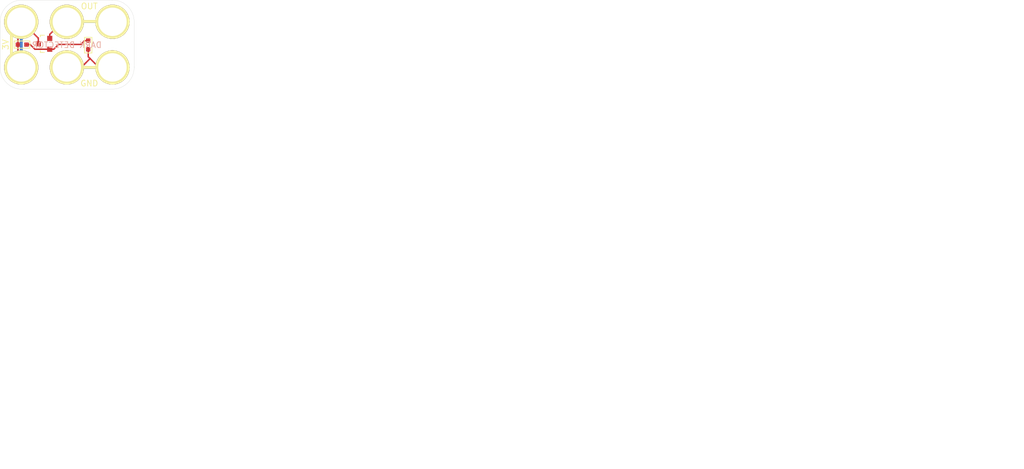
<source format=kicad_pcb>
(kicad_pcb (version 20171130) (host pcbnew 5.0.0-fee4fd1~66~ubuntu16.04.1)

  (general
    (thickness 1.6)
    (drawings 22)
    (tracks 47)
    (zones 0)
    (modules 4)
    (nets 4)
  )

  (page USLetter)
  (title_block
    (title "2x3 Dark Detector Module")
    (date "13 Sep 2018")
    (rev 1.0)
    (company "All rights reserved.")
    (comment 1 help@browndoggadgets.com)
    (comment 2 http://browndoggadgets.com/)
    (comment 3 "Brown Dog Gadgets")
  )

  (layers
    (0 F.Cu signal)
    (31 B.Cu signal)
    (34 B.Paste user)
    (35 F.Paste user)
    (36 B.SilkS user)
    (37 F.SilkS user)
    (38 B.Mask user)
    (39 F.Mask user)
    (40 Dwgs.User user)
    (44 Edge.Cuts user)
    (46 B.CrtYd user)
    (47 F.CrtYd user)
    (48 B.Fab user)
    (49 F.Fab user)
  )

  (setup
    (last_trace_width 0.254)
    (user_trace_width 0.1524)
    (user_trace_width 0.254)
    (user_trace_width 0.3302)
    (user_trace_width 0.508)
    (user_trace_width 0.762)
    (user_trace_width 1.27)
    (trace_clearance 0.254)
    (zone_clearance 0.508)
    (zone_45_only no)
    (trace_min 0.1524)
    (segment_width 0.1524)
    (edge_width 0.1524)
    (via_size 0.6858)
    (via_drill 0.3302)
    (via_min_size 0.6858)
    (via_min_drill 0.3302)
    (user_via 0.6858 0.3302)
    (user_via 0.762 0.4064)
    (user_via 0.8636 0.508)
    (uvia_size 0.6858)
    (uvia_drill 0.3302)
    (uvias_allowed no)
    (uvia_min_size 0)
    (uvia_min_drill 0)
    (pcb_text_width 0.1524)
    (pcb_text_size 1.016 1.016)
    (mod_edge_width 0.1524)
    (mod_text_size 1.016 1.016)
    (mod_text_width 0.1524)
    (pad_size 0.8 0.75)
    (pad_drill 0)
    (pad_to_mask_clearance 0.0762)
    (solder_mask_min_width 0.1016)
    (pad_to_paste_clearance -0.0762)
    (aux_axis_origin 0 0)
    (visible_elements FFFEDF7D)
    (pcbplotparams
      (layerselection 0x310fc_80000001)
      (usegerberextensions true)
      (usegerberattributes false)
      (usegerberadvancedattributes false)
      (creategerberjobfile false)
      (excludeedgelayer true)
      (linewidth 0.100000)
      (plotframeref false)
      (viasonmask false)
      (mode 1)
      (useauxorigin false)
      (hpglpennumber 1)
      (hpglpenspeed 20)
      (hpglpendiameter 15.000000)
      (psnegative false)
      (psa4output false)
      (plotreference true)
      (plotvalue true)
      (plotinvisibletext false)
      (padsonsilk false)
      (subtractmaskfromsilk false)
      (outputformat 1)
      (mirror false)
      (drillshape 0)
      (scaleselection 1)
      (outputdirectory "gerbers"))
  )

  (net 0 "")
  (net 1 GND)
  (net 2 3V)
  (net 3 "Net-(LDR1-Pad2)")

  (net_class Default "This is the default net class."
    (clearance 0.254)
    (trace_width 0.254)
    (via_dia 0.6858)
    (via_drill 0.3302)
    (uvia_dia 0.6858)
    (uvia_drill 0.3302)
    (add_net 3V)
    (add_net GND)
    (add_net "Net-(LDR1-Pad2)")
  )

  (module Crazy_Circuits:BLANK-LEGO-2x3 (layer F.Cu) (tedit 5BA9C48E) (tstamp 5B9DB676)
    (at 87.5665 36.6395)
    (descr "9V Battery Holder Polarized 2x4")
    (tags "9V Battery Holder Polarized 2x4")
    (fp_text reference REF** (at 8 -8) (layer F.SilkS) hide
      (effects (font (size 1 1) (thickness 0.15)))
    )
    (fp_text value "BLANK 2x3" (at 8.001 -3.9624) (layer B.SilkS) hide
      (effects (font (size 1 1) (thickness 0.15)) (justify mirror))
    )
    (fp_text user %R (at 8.3 -4) (layer F.Fab) hide
      (effects (font (size 1 1) (thickness 0.15)))
    )
    (fp_line (start -3.6984 -8) (end -3.6984 0) (layer F.Fab) (width 0.04064))
    (fp_line (start 16 3.8) (end 0.3 3.8) (layer F.Fab) (width 0.04064))
    (fp_line (start 16 -11.8) (end 0 -11.8) (layer F.Fab) (width 0.04064))
    (fp_line (start 19.8 -8) (end 19.8 0) (layer F.Fab) (width 0.04064))
    (fp_arc (start 16 -8) (end 15.9 -11.8) (angle 91.50743576) (layer F.Fab) (width 0.04064))
    (fp_arc (start 16 0) (end 19.8 -0.1) (angle 91.50743576) (layer F.Fab) (width 0.04064))
    (fp_arc (start 0.111824 0) (end 0.411824 3.8) (angle 94.51398846) (layer F.Fab) (width 0.04064))
    (fp_arc (start 0.106632 -8.00018) (end -3.693368 -7.90018) (angle 89.9) (layer F.Fab) (width 0.04064))
    (fp_line (start -3.6984 -8) (end -3.6984 0) (layer Edge.Cuts) (width 0.04064))
    (fp_line (start 16 3.8) (end 0.3 3.8) (layer Edge.Cuts) (width 0.04064))
    (fp_line (start 16 -11.8) (end 0 -11.8) (layer Edge.Cuts) (width 0.04064))
    (fp_line (start 19.8 -8) (end 19.8 0) (layer Edge.Cuts) (width 0.04064))
    (fp_arc (start 16 -8) (end 15.9 -11.8) (angle 91.50743576) (layer Edge.Cuts) (width 0.04064))
    (fp_arc (start 16 0) (end 19.8 -0.1) (angle 91.50743576) (layer Edge.Cuts) (width 0.04064))
    (fp_arc (start 0.111824 0) (end 0.411824 3.8) (angle 94.51398846) (layer Edge.Cuts) (width 0.04064))
    (fp_arc (start 0.106632 -8.00018) (end -3.693368 -7.90018) (angle 89.9) (layer Edge.Cuts) (width 0.04064))
    (pad + thru_hole circle (at 0 0) (size 6 6) (drill 4.98) (layers *.Cu F.SilkS B.Mask)
      (net 2 3V))
    (pad + thru_hole circle (at 0 -8) (size 6 6) (drill 4.98) (layers *.Cu F.SilkS B.Mask)
      (net 2 3V))
    (pad OUT thru_hole circle (at 16 -8) (size 6 6) (drill 4.98) (layers *.Cu *.Mask F.SilkS))
    (pad - thru_hole circle (at 8 0) (size 6 6) (drill 4.98) (layers *.Cu F.SilkS B.Mask)
      (net 1 GND))
    (pad - thru_hole circle (at 16 0) (size 6 6) (drill 4.98) (layers *.Cu *.Mask F.SilkS)
      (net 1 GND))
    (pad OUT thru_hole circle (at 8 -8) (size 6 6) (drill 4.98) (layers *.Cu F.SilkS B.Mask))
  )

  (module Crazy_NonLego:RLC-0603-SMD (layer F.Cu) (tedit 5B9D7D45) (tstamp 5B9DB934)
    (at 99.314 32.7025 90)
    (descr "Capacitor SMD RLC-0603-SMD, reflow soldering, AVX (see smccp.pdf)")
    (tags "capacitor RLC-0603-SMD")
    (path /5B9DCFFC)
    (attr smd)
    (fp_text reference LDR1 (at 0.09 0.04 90) (layer F.Fab)
      (effects (font (size 0.8 0.8) (thickness 0.15)))
    )
    (fp_text value PHOTOCELL (at 0 1.9 90) (layer F.Fab) hide
      (effects (font (size 1 1) (thickness 0.15)))
    )
    (fp_line (start -1.45 0.75) (end 1.45 0.75) (layer F.Fab) (width 0.05))
    (fp_line (start 1.45 -0.75) (end 1.45 0.75) (layer F.Fab) (width 0.05))
    (fp_line (start -1.45 -0.75) (end -1.45 0.75) (layer F.Fab) (width 0.05))
    (fp_line (start -1.45 -0.75) (end 1.45 -0.75) (layer F.CrtYd) (width 0.05))
    (fp_line (start 1.3335 0.635) (end -1.397 0.635) (layer F.SilkS) (width 0.15))
    (fp_line (start -1.397 -0.635) (end 1.3335 -0.635) (layer F.SilkS) (width 0.15))
    (fp_line (start 1.45 -0.75) (end 1.45 0.75) (layer F.CrtYd) (width 0.05))
    (fp_line (start -1.45 -0.75) (end -1.45 0.75) (layer F.CrtYd) (width 0.05))
    (fp_line (start -1.45 0.75) (end 1.45 0.75) (layer F.CrtYd) (width 0.05))
    (fp_line (start -1.45 -0.75) (end 1.45 -0.75) (layer F.Fab) (width 0.05))
    (fp_text user %R (at 2.4645 -0.3175 90) (layer F.SilkS) hide
      (effects (font (size 1 1) (thickness 0.15)))
    )
    (fp_line (start 1.3335 -0.635) (end 1.3335 0.635) (layer F.SilkS) (width 0.1524))
    (fp_line (start -1.397 -0.635) (end -1.397 0.635) (layer F.SilkS) (width 0.1524))
    (pad 2 smd rect (at 0.75 0 90) (size 0.8 0.75) (layers F.Cu F.Paste F.Mask)
      (net 3 "Net-(LDR1-Pad2)"))
    (pad 1 smd rect (at -0.75 0 90) (size 0.8 0.75) (layers F.Cu F.Paste F.Mask)
      (net 1 GND))
  )

  (module Wickerlib:SOT-23-3 (layer F.Cu) (tedit 5B9AA722) (tstamp 5B9DC434)
    (at 91.567 32.5 90)
    (path /5B9AEDE8)
    (attr smd)
    (fp_text reference Q1 (at 0 0 270) (layer F.Fab)
      (effects (font (size 1 1) (thickness 0.15)))
    )
    (fp_text value "NPN MMBT3904" (at 0 2.3 90) (layer F.Fab) hide
      (effects (font (size 1 1) (thickness 0.15)))
    )
    (fp_text user %R (at 2.3622 -0.04572 180) (layer F.SilkS) hide
      (effects (font (size 1 1) (thickness 0.15)))
    )
    (fp_line (start 1.7 1.7) (end 1.7 -1.7) (layer F.Fab) (width 0.05))
    (fp_line (start -1.7 1.7) (end 1.7 1.7) (layer F.Fab) (width 0.05))
    (fp_line (start -1.7 -1.7) (end -1.7 1.7) (layer F.Fab) (width 0.05))
    (fp_line (start 1.7 -1.7) (end -1.7 -1.7) (layer F.Fab) (width 0.05))
    (fp_line (start 1.29916 -0.65024) (end 1.2509 -0.65024) (layer F.SilkS) (width 0.15))
    (fp_line (start -1.49982 0.0508) (end -1.49982 -0.65024) (layer F.SilkS) (width 0.15))
    (fp_line (start -1.49982 -0.65024) (end -1.2509 -0.65024) (layer F.SilkS) (width 0.15))
    (fp_line (start 1.29916 -0.65024) (end 1.49982 -0.65024) (layer F.SilkS) (width 0.15))
    (fp_line (start 1.49982 -0.65024) (end 1.49982 0.0508) (layer F.SilkS) (width 0.15))
    (pad 1 smd rect (at -0.95 1.00076 90) (size 0.9 0.9) (layers F.Cu F.Paste F.Mask)
      (net 3 "Net-(LDR1-Pad2)"))
    (pad 2 smd rect (at 0.95 1.00076 90) (size 0.9 0.9) (layers F.Cu F.Paste F.Mask))
    (pad 3 smd rect (at 0 -0.99822 90) (size 0.9 0.9) (layers F.Cu F.Paste F.Mask)
      (net 2 3V))
  )

  (module Crazy_NonLego:RLC-0603-SMD (layer F.Cu) (tedit 5B9AA720) (tstamp 5B9DC26E)
    (at 87.745 32.639)
    (descr "Capacitor SMD RLC-0603-SMD, reflow soldering, AVX (see smccp.pdf)")
    (tags "capacitor RLC-0603-SMD")
    (path /5B9AEBAD)
    (attr smd)
    (fp_text reference R1 (at 0.09 0.04) (layer F.Fab)
      (effects (font (size 0.8 0.8) (thickness 0.15)))
    )
    (fp_text value 100K (at 0 1.9) (layer F.Fab) hide
      (effects (font (size 1 1) (thickness 0.15)))
    )
    (fp_line (start -1.397 -0.635) (end -1.397 0.635) (layer F.SilkS) (width 0.1524))
    (fp_line (start 1.3335 -0.635) (end 1.3335 0.635) (layer F.SilkS) (width 0.1524))
    (fp_text user %R (at 2.4645 -0.3175) (layer F.SilkS) hide
      (effects (font (size 1 1) (thickness 0.15)))
    )
    (fp_line (start -1.45 -0.75) (end 1.45 -0.75) (layer F.Fab) (width 0.05))
    (fp_line (start -1.45 0.75) (end 1.45 0.75) (layer F.CrtYd) (width 0.05))
    (fp_line (start -1.45 -0.75) (end -1.45 0.75) (layer F.CrtYd) (width 0.05))
    (fp_line (start 1.45 -0.75) (end 1.45 0.75) (layer F.CrtYd) (width 0.05))
    (fp_line (start -1.397 -0.635) (end 1.3335 -0.635) (layer F.SilkS) (width 0.15))
    (fp_line (start 1.3335 0.635) (end -1.397 0.635) (layer F.SilkS) (width 0.15))
    (fp_line (start -1.45 -0.75) (end 1.45 -0.75) (layer F.CrtYd) (width 0.05))
    (fp_line (start -1.45 -0.75) (end -1.45 0.75) (layer F.Fab) (width 0.05))
    (fp_line (start 1.45 -0.75) (end 1.45 0.75) (layer F.Fab) (width 0.05))
    (fp_line (start -1.45 0.75) (end 1.45 0.75) (layer F.Fab) (width 0.05))
    (pad 1 smd rect (at -0.75 0) (size 0.8 0.75) (layers F.Cu F.Paste F.Mask)
      (net 2 3V))
    (pad 2 smd rect (at 0.75 0) (size 0.8 0.75) (layers F.Cu F.Paste F.Mask)
      (net 3 "Net-(LDR1-Pad2)"))
  )

  (gr_text "1\n" (at 100.6475 33.4645) (layer F.Fab) (tstamp 5B9DCC73)
    (effects (font (size 1.016 1.016) (thickness 0.1524)))
  )
  (gr_line (start 87.5665 36.0045) (end 87.5665 29.083) (layer B.Mask) (width 0.5) (tstamp 5B9DCC5D))
  (gr_line (start 96.012 36.6395) (end 102.9335 36.6395) (layer B.Mask) (width 0.5) (tstamp 5B9DCC4E))
  (gr_line (start 95.885 28.575) (end 102.8065 28.575) (layer B.Mask) (width 0.5) (tstamp 5B9DCC47))
  (gr_text GND (at 99.5045 39.4335) (layer F.SilkS) (tstamp 5B9DC799)
    (effects (font (size 1.016 1.016) (thickness 0.1524)))
  )
  (gr_text "OUT\n" (at 99.5045 25.908) (layer F.SilkS) (tstamp 5B9DC537)
    (effects (font (size 1.016 1.016) (thickness 0.1524)))
  )
  (gr_text 3V (at 84.836 32.639 90) (layer F.SilkS) (tstamp 5B9DC257)
    (effects (font (size 1.016 1.016) (thickness 0.1524)))
  )
  (gr_line (start 96.2025 36.6395) (end 103.124 36.6395) (layer F.SilkS) (width 0.5) (tstamp 5B9DBD3D))
  (gr_line (start 95.885 28.575) (end 102.8065 28.575) (layer F.SilkS) (width 0.5) (tstamp 5B9DBD3B))
  (gr_line (start 85.852 29.083) (end 85.852 36.0045) (layer F.SilkS) (width 0.5))
  (gr_text 2 (at 100.6475 31.9405) (layer F.Fab)
    (effects (font (size 1.016 1.016) (thickness 0.1524)))
  )
  (gr_circle (center 99.6315 32.512) (end 102.6795 35.052) (layer F.Fab) (width 0.1524))
  (gr_text "DARK DETECTOR" (at 95.5675 32.7025) (layer B.SilkS)
    (effects (font (size 1.016 1.016) (thickness 0.1524)) (justify mirror))
  )
  (gr_arc (start 95.588017 36.576) (end 97.155 34.29) (angle -299.3132729) (layer B.Mask) (width 0.7) (tstamp 5B9BDE6B))
  (gr_arc (start 95.631 28.560832) (end 98.298 27.813) (angle -295.9700201) (layer B.Mask) (width 0.7) (tstamp 5B9BDD8B))
  (gr_arc (start 103.632 36.590168) (end 100.838 36.83) (angle -302.7974308) (layer B.Mask) (width 0.7) (tstamp 5B9BD6F0))
  (gr_arc (start 103.632 28.575) (end 101.6 30.607) (angle -301.6075567) (layer B.Mask) (width 0.7) (tstamp 5B9BD494))
  (gr_arc (start 87.63 36.576) (end 85.471 34.925) (angle -217.4053566) (layer F.Mask) (width 0.7) (tstamp 5B9BD389))
  (gr_arc (start 87.63 28.575) (end 90.424 28.956) (angle -226.4249711) (layer F.Mask) (width 0.7) (tstamp 5B9BD380))
  (gr_arc (start 95.619501 28.575773) (end 95.619501 31.369773) (angle -275.2) (layer F.Mask) (width 0.7) (tstamp 5B9BD284))
  (gr_arc (start 95.631 36.576) (end 92.837 36.576) (angle -275.2) (layer F.Mask) (width 0.7))
  (gr_text "FABRICATION NOTES\n\n1. THIS IS A 2 LAYER BOARD. \n2. EXTERNAL LAYERS SHALL HAVE 1 OZ COPPER.\n3. MATERIAL: FR4 AND 0.062 INCH +/- 10% THICK.\n4. BOARDS SHALL BE ROHS COMPLIANT. \n5. MANUFACTURE IN ACCORDANCE WITH IPC-6012 CLASS 2\n6. MASK: BOTH SIDES OF THE BOARD SHALL HAVE \n   SOLDER MASK (RED) OVER BARE COPPER. \n7. SILK: BOTH SIDES OF THE BOARD SHALL HAVE \n   WHITE SILKSCREEN. DO NOT PLACE SILK OVER BARE COPPER.\n8. FINISH: ENIG.\n9. MINIMUM TRACE WIDTH - 0.006 INCH.\n   MINIMUM SPACE - 0.006 INCH.\n   MINIMUM HOLE DIA - 0.013 INCH. \n10. MAX HOLE PLACEMENT TOLERANCE OF +/- 0.003 INCH.\n11. MAX HOLE DIAMETER TOLERANCE OF +/- 0.003 INCH AFTER PLATING.\n12. PANELIZING: V-SCORE ONLY. \n   DO NOT USE SUPPORT TABS OR MOUSEBITES." (at 120.3198 68.326) (layer Dwgs.User)
    (effects (font (size 2.54 2.54) (thickness 0.254)) (justify left))
  )

  (segment (start 97.140321 30.085321) (end 95.640321 28.585321) (width 0.254) (layer F.Cu) (net 0))
  (segment (start 95.640321 29.327679) (end 95.640321 28.585321) (width 0.254) (layer F.Cu) (net 0))
  (segment (start 102.1715 28.585321) (end 96.6715 28.585321) (width 0.5) (layer B.Cu) (net 0))
  (segment (start 103.640321 28.585321) (end 101.140321 28.585321) (width 0.254) (layer B.Cu) (net 0))
  (segment (start 95.5665 30.9255) (end 95.5665 28.6395) (width 0.254) (layer F.Cu) (net 0))
  (segment (start 94.77426 28.6395) (end 95.5665 28.6395) (width 0.254) (layer F.Cu) (net 0))
  (segment (start 92.56776 30.846) (end 94.77426 28.6395) (width 0.254) (layer F.Cu) (net 0))
  (segment (start 92.56776 31.55) (end 92.56776 30.846) (width 0.254) (layer F.Cu) (net 0))
  (segment (start 99.80914 28.6395) (end 103.5665 28.6395) (width 0.254) (layer F.Cu) (net 0))
  (segment (start 95.5665 28.6395) (end 99.80914 28.6395) (width 0.254) (layer F.Cu) (net 0))
  (segment (start 102.2985 36.649821) (end 96.7985 36.649821) (width 0.5) (layer B.Cu) (net 1) (tstamp 5B9DCC4F))
  (segment (start 94.897561 36.585321) (end 95.640321 36.585321) (width 0.254) (layer F.Cu) (net 1))
  (segment (start 95.640321 36.585321) (end 98.140321 36.585321) (width 0.254) (layer F.Cu) (net 1))
  (segment (start 102.140321 35.085321) (end 103.640321 36.585321) (width 0.254) (layer F.Cu) (net 1))
  (segment (start 99.314 33.4525) (end 99.314 34.759) (width 0.254) (layer F.Cu) (net 1))
  (segment (start 98.086142 36.6395) (end 98.911642 35.814) (width 0.254) (layer F.Cu) (net 1))
  (segment (start 95.5665 36.6395) (end 98.086142 36.6395) (width 0.254) (layer F.Cu) (net 1))
  (segment (start 98.911642 35.814) (end 99.640321 35.085321) (width 0.254) (layer F.Cu) (net 1))
  (segment (start 98.140321 36.585321) (end 98.911642 35.814) (width 0.254) (layer F.Cu) (net 1))
  (segment (start 101.1945 36.6395) (end 99.5435 34.9885) (width 0.254) (layer F.Cu) (net 1))
  (segment (start 99.5435 34.9885) (end 99.640321 35.085321) (width 0.254) (layer F.Cu) (net 1))
  (segment (start 103.5665 36.6395) (end 101.1945 36.6395) (width 0.254) (layer F.Cu) (net 1))
  (segment (start 99.314 34.759) (end 99.5435 34.9885) (width 0.254) (layer F.Cu) (net 1))
  (segment (start 99.80914 36.6395) (end 103.5665 36.6395) (width 0.254) (layer F.Cu) (net 1))
  (segment (start 95.5665 36.6395) (end 99.80914 36.6395) (width 0.254) (layer F.Cu) (net 1))
  (segment (start 99.882961 36.585321) (end 103.640321 36.585321) (width 0.254) (layer B.Cu) (net 1))
  (segment (start 87.576821 29.718) (end 87.576821 35.218) (width 0.5) (layer B.Cu) (net 2) (tstamp 5B9DCC5C))
  (segment (start 86.995 29.230642) (end 87.640321 28.585321) (width 0.254) (layer F.Cu) (net 2))
  (segment (start 86.995 32.639) (end 86.995 29.230642) (width 0.254) (layer F.Cu) (net 2))
  (segment (start 86.995 35.94) (end 87.640321 36.585321) (width 0.254) (layer F.Cu) (net 2))
  (segment (start 86.995 32.639) (end 86.995 35.94) (width 0.254) (layer F.Cu) (net 2))
  (segment (start 90.56878 32.5) (end 90.56878 31.51378) (width 0.254) (layer F.Cu) (net 2))
  (segment (start 90.56878 31.51378) (end 90.4875 31.4325) (width 0.254) (layer F.Cu) (net 2))
  (segment (start 90.4875 31.4325) (end 87.640321 28.585321) (width 0.254) (layer F.Cu) (net 2))
  (segment (start 90.55678 31.50178) (end 90.4875 31.4325) (width 0.254) (layer F.Cu) (net 2))
  (segment (start 87.5665 32.88214) (end 87.5665 36.6395) (width 0.254) (layer B.Cu) (net 2))
  (segment (start 87.5665 28.6395) (end 87.5665 32.88214) (width 0.254) (layer B.Cu) (net 2))
  (segment (start 98.1255 32.512) (end 98.685 31.9525) (width 0.254) (layer F.Cu) (net 3))
  (segment (start 91.86376 33.45) (end 92.56776 33.45) (width 0.254) (layer F.Cu) (net 3))
  (segment (start 89.96 33.45) (end 91.86376 33.45) (width 0.254) (layer F.Cu) (net 3))
  (segment (start 89.149 32.639) (end 89.96 33.45) (width 0.254) (layer F.Cu) (net 3))
  (segment (start 88.495 32.639) (end 89.149 32.639) (width 0.254) (layer F.Cu) (net 3))
  (segment (start 98.031 32.6065) (end 98.685 31.9525) (width 0.254) (layer F.Cu) (net 3))
  (segment (start 94.11526 32.6065) (end 98.031 32.6065) (width 0.254) (layer F.Cu) (net 3))
  (segment (start 98.685 31.9525) (end 99.314 31.9525) (width 0.254) (layer F.Cu) (net 3))
  (segment (start 93.27176 33.45) (end 94.11526 32.6065) (width 0.254) (layer F.Cu) (net 3))
  (segment (start 92.56776 33.45) (end 93.27176 33.45) (width 0.254) (layer F.Cu) (net 3))

)

</source>
